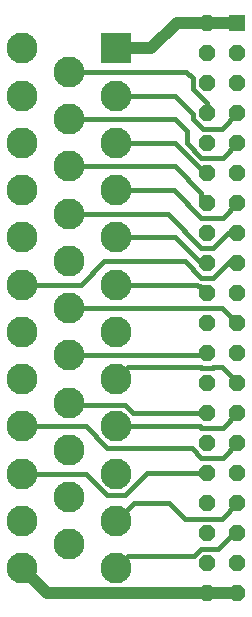
<source format=gbr>
G04 EAGLE Gerber RS-274X export*
G75*
%MOMM*%
%FSLAX34Y34*%
%LPD*%
%INTop Copper*%
%IPPOS*%
%AMOC8*
5,1,8,0,0,1.08239X$1,22.5*%
G01*
%ADD10R,2.625000X2.625000*%
%ADD11C,2.625000*%
%ADD12R,1.422400X1.422400*%
%ADD13P,1.539592X8X292.500000*%
%ADD14C,0.400000*%
%ADD15C,1.000000*%


D10*
X130000Y650000D03*
D11*
X130000Y610000D03*
X130000Y570000D03*
X130000Y530000D03*
X130000Y490000D03*
X130000Y450000D03*
X130000Y410000D03*
X130000Y370000D03*
X130000Y330000D03*
X130000Y290000D03*
X130000Y250000D03*
X130000Y210000D03*
X90000Y630000D03*
X90000Y590000D03*
X90000Y550000D03*
X90000Y510000D03*
X90000Y470000D03*
X90000Y430000D03*
X90000Y390000D03*
X90000Y350000D03*
X90000Y310000D03*
X90000Y270000D03*
X90000Y230000D03*
X50000Y650000D03*
X50000Y610000D03*
X50000Y570000D03*
X50000Y530000D03*
X50000Y490000D03*
X50000Y450000D03*
X50000Y410000D03*
X50000Y370000D03*
X50000Y330000D03*
X50000Y290000D03*
X50000Y250000D03*
X50000Y210000D03*
D12*
X232700Y671300D03*
D13*
X207300Y671300D03*
X232700Y645900D03*
X207300Y645900D03*
X232700Y620500D03*
X207300Y620500D03*
X232700Y595100D03*
X207300Y595100D03*
X232700Y569700D03*
X207300Y569700D03*
X232700Y544300D03*
X207300Y544300D03*
X232700Y518900D03*
X207300Y518900D03*
X232700Y493500D03*
X207300Y493500D03*
X232700Y468100D03*
X207300Y468100D03*
X232700Y442700D03*
X207300Y442700D03*
X232700Y417300D03*
X207300Y417300D03*
X232700Y391900D03*
X207300Y391900D03*
X232700Y366500D03*
X207300Y366500D03*
X207300Y341100D03*
X232700Y341100D03*
X207300Y315700D03*
X232700Y315700D03*
X207300Y290300D03*
X232700Y290300D03*
X232700Y264900D03*
X207300Y264900D03*
X232700Y239500D03*
X207300Y239500D03*
X207300Y214100D03*
X232700Y214100D03*
X232700Y188700D03*
X207300Y188700D03*
D14*
X198372Y450000D02*
X130000Y450000D01*
X198372Y450000D02*
X199384Y448988D01*
X201012Y448988D01*
X207300Y442700D01*
X100000Y450000D02*
X50000Y450000D01*
X100000Y450000D02*
X120000Y470000D01*
X230800Y470000D02*
X232700Y468100D01*
X212317Y455988D02*
X202283Y455988D01*
X226329Y470000D02*
X230800Y470000D01*
X226329Y470000D02*
X212317Y455988D01*
X188271Y470000D02*
X120000Y470000D01*
X188271Y470000D02*
X202283Y455988D01*
X180000Y490000D02*
X130000Y490000D01*
X201900Y468100D02*
X207300Y468100D01*
X201900Y468100D02*
X180000Y490000D01*
X224429Y493500D02*
X232700Y493500D01*
X212317Y481388D02*
X202283Y481388D01*
X173671Y510000D02*
X90000Y510000D01*
X173671Y510000D02*
X202283Y481388D01*
X212317Y481388D02*
X224429Y493500D01*
X179071Y530000D02*
X130000Y530000D01*
X179071Y530000D02*
X202283Y506788D01*
X220588Y506788D02*
X232700Y518900D01*
X220588Y506788D02*
X202283Y506788D01*
X202188Y524012D02*
X202188Y527712D01*
X202188Y524012D02*
X207300Y518900D01*
X202188Y527712D02*
X179900Y550000D01*
X90000Y550000D01*
X90000Y590000D02*
X180000Y590000D01*
X189871Y580129D01*
X189871Y570000D01*
X202283Y557588D01*
X220588Y557588D01*
X232700Y569700D01*
X180000Y610000D02*
X130000Y610000D01*
X180000Y610000D02*
X195188Y594812D01*
X195188Y590083D01*
X203459Y581812D01*
X219412Y581812D02*
X232700Y595100D01*
X219412Y581812D02*
X203459Y581812D01*
X189671Y630000D02*
X90000Y630000D01*
X189671Y630000D02*
X195188Y624483D01*
X195188Y615483D01*
X207300Y603371D02*
X207300Y595100D01*
X207300Y603371D02*
X195188Y615483D01*
D15*
X160000Y650000D02*
X130000Y650000D01*
X181300Y671300D02*
X207300Y671300D01*
X181300Y671300D02*
X160000Y650000D01*
X207300Y671300D02*
X232700Y671300D01*
D14*
X220000Y430000D02*
X232700Y417300D01*
X220000Y430000D02*
X90000Y430000D01*
X232700Y367300D02*
X232700Y366500D01*
X232700Y367300D02*
X220000Y380000D01*
X140000Y380000D02*
X130000Y370000D01*
X212529Y380000D02*
X220000Y380000D01*
X212529Y380000D02*
X212317Y379788D01*
X202283Y379788D01*
X202071Y380000D01*
X140000Y380000D01*
X205400Y390000D02*
X207300Y391900D01*
X205400Y390000D02*
X90000Y390000D01*
X201271Y330000D02*
X202283Y328988D01*
X220588Y328988D01*
X232700Y341100D01*
X201271Y330000D02*
X130000Y330000D01*
X144533Y341100D02*
X207300Y341100D01*
X144533Y341100D02*
X137508Y348125D01*
X91875Y348125D02*
X90000Y350000D01*
X91875Y348125D02*
X137508Y348125D01*
X104367Y330000D02*
X50000Y330000D01*
X104367Y330000D02*
X122492Y311875D01*
X193996Y311875D02*
X202283Y303588D01*
X220588Y303588D01*
X232700Y315700D01*
X193996Y311875D02*
X122492Y311875D01*
X122492Y271875D02*
X137508Y271875D01*
X104367Y290000D02*
X50000Y290000D01*
X104367Y290000D02*
X122492Y271875D01*
X155933Y290300D02*
X207300Y290300D01*
X155933Y290300D02*
X137508Y271875D01*
X144900Y264900D02*
X130000Y250000D01*
X144900Y264900D02*
X175100Y264900D01*
X188388Y251612D01*
X219412Y251612D02*
X232700Y264900D01*
X219412Y251612D02*
X188388Y251612D01*
X140000Y220000D02*
X130000Y210000D01*
X196071Y220000D02*
X202283Y226212D01*
X216212Y226212D02*
X230000Y240000D01*
X216212Y226212D02*
X202283Y226212D01*
X230000Y240000D02*
X232200Y240000D01*
X232700Y239500D01*
X196071Y220000D02*
X140000Y220000D01*
D15*
X71300Y188700D02*
X50000Y210000D01*
X71300Y188700D02*
X207300Y188700D01*
X232700Y188700D01*
D14*
X180000Y570000D02*
X130000Y570000D01*
X180000Y570000D02*
X182871Y567129D01*
X182871Y567101D01*
X199384Y550588D02*
X199412Y550588D01*
X199384Y550588D02*
X182871Y567101D01*
X205700Y544300D02*
X207300Y544300D01*
X205700Y544300D02*
X199412Y550588D01*
M02*

</source>
